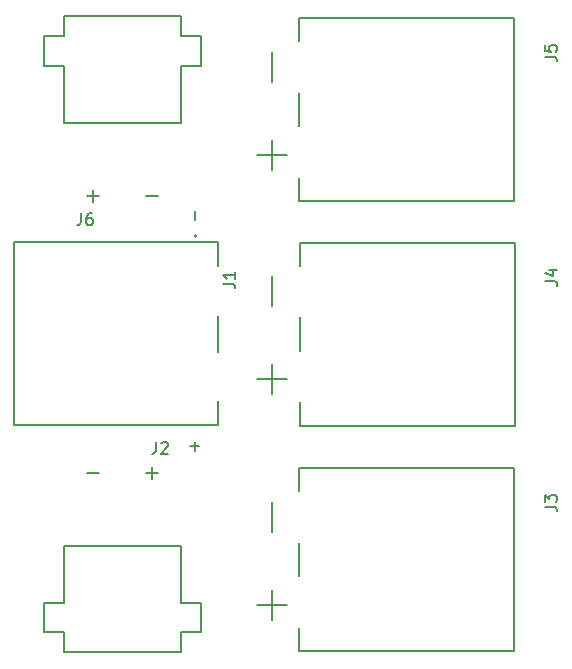
<source format=gbr>
%TF.GenerationSoftware,KiCad,Pcbnew,(6.0.5-0)*%
%TF.CreationDate,2024-03-03T20:53:33-05:00*%
%TF.ProjectId,power_PCB_v0.1,706f7765-725f-4504-9342-5f76302e312e,rev?*%
%TF.SameCoordinates,Original*%
%TF.FileFunction,Legend,Top*%
%TF.FilePolarity,Positive*%
%FSLAX46Y46*%
G04 Gerber Fmt 4.6, Leading zero omitted, Abs format (unit mm)*
G04 Created by KiCad (PCBNEW (6.0.5-0)) date 2024-03-03 20:53:33*
%MOMM*%
%LPD*%
G01*
G04 APERTURE LIST*
%ADD10C,0.150000*%
%ADD11C,0.127000*%
%ADD12C,0.200000*%
G04 APERTURE END LIST*
D10*
%TO.C,J5*%
X155717119Y-68659880D02*
X156431720Y-68659880D01*
X156574640Y-68707520D01*
X156669920Y-68802800D01*
X156717560Y-68945720D01*
X156717560Y-69041000D01*
X155717119Y-67707079D02*
X155717119Y-68183479D01*
X156193519Y-68231119D01*
X156145879Y-68183479D01*
X156098239Y-68088199D01*
X156098239Y-67849999D01*
X156145879Y-67754719D01*
X156193519Y-67707079D01*
X156288800Y-67659439D01*
X156527000Y-67659439D01*
X156622280Y-67707079D01*
X156669920Y-67754719D01*
X156717560Y-67849999D01*
X156717560Y-68088199D01*
X156669920Y-68183479D01*
X156622280Y-68231119D01*
%TO.C,J2*%
X122791666Y-101309130D02*
X122791666Y-102023416D01*
X122744047Y-102166273D01*
X122648809Y-102261511D01*
X122505952Y-102309130D01*
X122410714Y-102309130D01*
X123220238Y-101404369D02*
X123267857Y-101356750D01*
X123363095Y-101309130D01*
X123601190Y-101309130D01*
X123696428Y-101356750D01*
X123744047Y-101404369D01*
X123791666Y-101499607D01*
X123791666Y-101594845D01*
X123744047Y-101737702D01*
X123172619Y-102309130D01*
X123791666Y-102309130D01*
%TO.C,J4*%
X155767119Y-87659880D02*
X156481720Y-87659880D01*
X156624640Y-87707520D01*
X156719920Y-87802800D01*
X156767560Y-87945720D01*
X156767560Y-88041000D01*
X156100599Y-86754719D02*
X156767560Y-86754719D01*
X155719479Y-86992919D02*
X156434080Y-87231119D01*
X156434080Y-86611799D01*
%TO.C,J3*%
X155717119Y-106759880D02*
X156431720Y-106759880D01*
X156574640Y-106807520D01*
X156669920Y-106902800D01*
X156717560Y-107045720D01*
X156717560Y-107141000D01*
X155717119Y-106378759D02*
X155717119Y-105759439D01*
X156098239Y-106092919D01*
X156098239Y-105949999D01*
X156145879Y-105854719D01*
X156193519Y-105807079D01*
X156288800Y-105759439D01*
X156527000Y-105759439D01*
X156622280Y-105807079D01*
X156669920Y-105854719D01*
X156717560Y-105949999D01*
X156717560Y-106235839D01*
X156669920Y-106331119D01*
X156622280Y-106378759D01*
%TO.C,J1*%
X128487380Y-87895833D02*
X129201666Y-87895833D01*
X129344523Y-87943452D01*
X129439761Y-88038690D01*
X129487380Y-88181547D01*
X129487380Y-88276785D01*
X129487380Y-86895833D02*
X129487380Y-87467261D01*
X129487380Y-87181547D02*
X128487380Y-87181547D01*
X128630238Y-87276785D01*
X128725476Y-87372023D01*
X128773095Y-87467261D01*
X126078571Y-101256547D02*
X126078571Y-102018452D01*
X125697619Y-101637500D02*
X126459523Y-101637500D01*
X126078571Y-81756547D02*
X126078571Y-82518452D01*
%TO.C,J6*%
X116441666Y-81939880D02*
X116441666Y-82654166D01*
X116394047Y-82797023D01*
X116298809Y-82892261D01*
X116155952Y-82939880D01*
X116060714Y-82939880D01*
X117346428Y-81939880D02*
X117155952Y-81939880D01*
X117060714Y-81987500D01*
X117013095Y-82035119D01*
X116917857Y-82177976D01*
X116870238Y-82368452D01*
X116870238Y-82749404D01*
X116917857Y-82844642D01*
X116965476Y-82892261D01*
X117060714Y-82939880D01*
X117251190Y-82939880D01*
X117346428Y-82892261D01*
X117394047Y-82844642D01*
X117441666Y-82749404D01*
X117441666Y-82511309D01*
X117394047Y-82416071D01*
X117346428Y-82368452D01*
X117251190Y-82320833D01*
X117060714Y-82320833D01*
X116965476Y-82368452D01*
X116917857Y-82416071D01*
X116870238Y-82511309D01*
D11*
%TO.C,J5*%
X134900000Y-80900000D02*
X134900000Y-78928000D01*
X134900000Y-80900000D02*
X153100000Y-80900000D01*
X134900000Y-65400000D02*
X134900000Y-67372000D01*
X134900000Y-71728000D02*
X134900000Y-74572000D01*
X153100000Y-65400000D02*
X134900000Y-65400000D01*
X132590000Y-76960000D02*
X133860000Y-76960000D01*
X132590000Y-76960000D02*
X131320000Y-76960000D01*
X132590000Y-68245000D02*
X132590000Y-69515000D01*
X132590000Y-78230000D02*
X132590000Y-76960000D01*
X153100000Y-80900000D02*
X153100000Y-65400000D01*
X132590000Y-75690000D02*
X132590000Y-76960000D01*
X132590000Y-70785000D02*
X132590000Y-69515000D01*
%TO.C,J2*%
X113300000Y-117394250D02*
X113300000Y-114894250D01*
X117950000Y-103894250D02*
X116950000Y-103894250D01*
X124900000Y-114894250D02*
X126600000Y-114894250D01*
X126600000Y-117394250D02*
X124900000Y-117394250D01*
X115000000Y-117394250D02*
X113300000Y-117394250D01*
X124900000Y-110094250D02*
X124900000Y-114894250D01*
X122450000Y-103394250D02*
X122450000Y-104394250D01*
X113300000Y-114894250D02*
X115000000Y-114894250D01*
X124900000Y-117394250D02*
X124900000Y-119094250D01*
X126600000Y-114894250D02*
X126600000Y-117394250D01*
X115000000Y-119094250D02*
X115000000Y-117394250D01*
X124900000Y-119094250D02*
X115000000Y-119094250D01*
X115000000Y-110094250D02*
X124900000Y-110094250D01*
X115000000Y-114894250D02*
X115000000Y-110094250D01*
X122950000Y-103894250D02*
X121950000Y-103894250D01*
%TO.C,J4*%
X132640000Y-95960000D02*
X133910000Y-95960000D01*
X132640000Y-87245000D02*
X132640000Y-88515000D01*
X134950000Y-90728000D02*
X134950000Y-93572000D01*
X132640000Y-94690000D02*
X132640000Y-95960000D01*
X132640000Y-97230000D02*
X132640000Y-95960000D01*
X134950000Y-99900000D02*
X134950000Y-97928000D01*
X134950000Y-84400000D02*
X134950000Y-86372000D01*
X134950000Y-99900000D02*
X153150000Y-99900000D01*
X132640000Y-95960000D02*
X131370000Y-95960000D01*
X153150000Y-84400000D02*
X134950000Y-84400000D01*
X153150000Y-99900000D02*
X153150000Y-84400000D01*
X132640000Y-89785000D02*
X132640000Y-88515000D01*
%TO.C,J3*%
X134900000Y-119000000D02*
X134900000Y-117028000D01*
X153100000Y-103500000D02*
X134900000Y-103500000D01*
X134900000Y-103500000D02*
X134900000Y-105472000D01*
X134900000Y-119000000D02*
X153100000Y-119000000D01*
X132590000Y-108885000D02*
X132590000Y-107615000D01*
X132590000Y-115060000D02*
X131320000Y-115060000D01*
X132590000Y-116330000D02*
X132590000Y-115060000D01*
X132590000Y-113790000D02*
X132590000Y-115060000D01*
X153100000Y-119000000D02*
X153100000Y-103500000D01*
X132590000Y-106345000D02*
X132590000Y-107615000D01*
X134900000Y-109828000D02*
X134900000Y-112672000D01*
X132590000Y-115060000D02*
X133860000Y-115060000D01*
%TO.C,J1*%
X110800000Y-99887500D02*
X110800000Y-84387500D01*
X110800000Y-84387500D02*
X128000000Y-84387500D01*
X128000000Y-90647500D02*
X128000000Y-93627500D01*
X128000000Y-97847500D02*
X128000000Y-99887500D01*
X128000000Y-99887500D02*
X110800000Y-99887500D01*
X128000000Y-84387500D02*
X128000000Y-86427500D01*
D12*
X126250000Y-83837500D02*
G75*
G03*
X126250000Y-83837500I-100000J0D01*
G01*
D11*
%TO.C,J6*%
X115000000Y-69450000D02*
X113300000Y-69450000D01*
X115000000Y-74250000D02*
X115000000Y-69450000D01*
X116950000Y-80450000D02*
X117950000Y-80450000D01*
X117450000Y-80950000D02*
X117450000Y-79950000D01*
X126600000Y-66950000D02*
X126600000Y-69450000D01*
X113300000Y-66950000D02*
X115000000Y-66950000D01*
X124900000Y-66950000D02*
X126600000Y-66950000D01*
X115000000Y-65250000D02*
X124900000Y-65250000D01*
X124900000Y-65250000D02*
X124900000Y-66950000D01*
X124900000Y-69450000D02*
X124900000Y-74250000D01*
X126600000Y-69450000D02*
X124900000Y-69450000D01*
X113300000Y-69450000D02*
X113300000Y-66950000D01*
X121950000Y-80450000D02*
X122950000Y-80450000D01*
X115000000Y-66950000D02*
X115000000Y-65250000D01*
X124900000Y-74250000D02*
X115000000Y-74250000D01*
%TD*%
M02*

</source>
